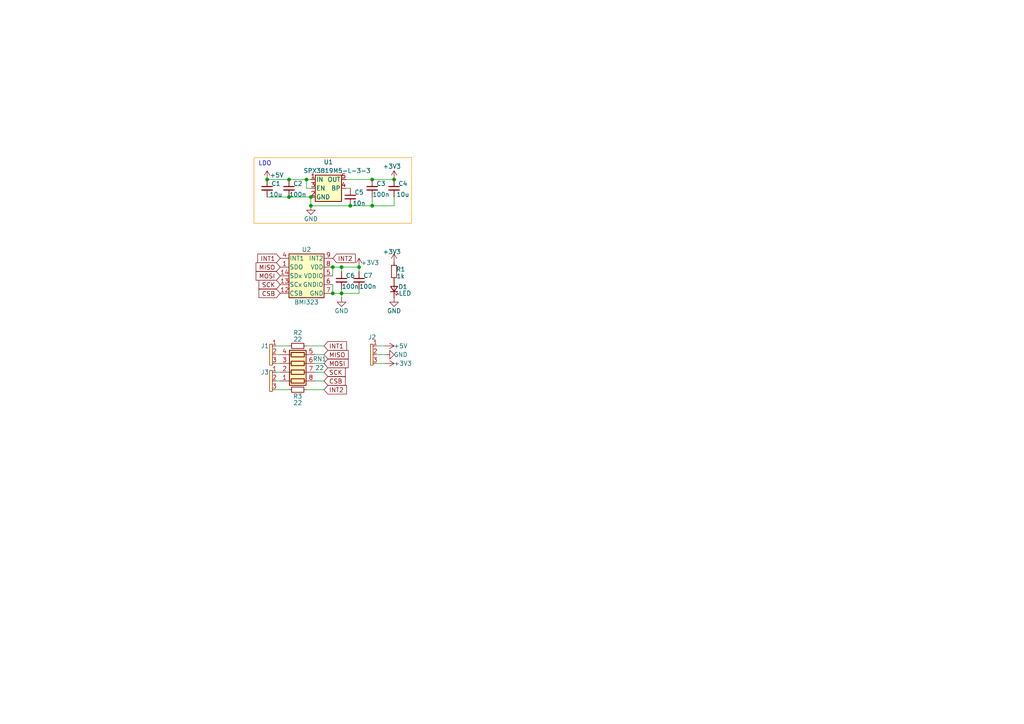
<source format=kicad_sch>
(kicad_sch (version 20231120) (generator "eeschema") (generator_version "8.0")
  (paper "A4")
  (lib_symbols
    (symbol "Device:C_Small" (pin_numbers hide) (pin_names (offset 0.254) hide)
      (property "Reference" "C" (at 0.254 1.778 0))
      (property "Value" "C_Small" (at 0.254 -2.032 0))
      (symbol "C_Small_0_1"
        (polyline (pts (xy -1.524 -0.508) (xy 1.524 -0.508)) (stroke (width 0.3302)))
        (polyline (pts (xy -1.524 0.508) (xy 1.524 0.508)) (stroke (width 0.3048)))
      )
      (symbol "C_Small_1_1"
        (pin passive line (at 0 2.54 270) (length 2.032) (name "~") (number "1"))
        (pin passive line (at 0 -2.54 90) (length 2.032) (name "~") (number "2"))
      )
    )
    (symbol "Device:R_Pack04" (pin_names (offset 0) hide)
      (property "Reference" "RN" (at -7.62 0 90))
      (property "Value" "R_Pack04" (at 5.08 0 90))
      (symbol "R_Pack04_0_1"
        (rectangle (start -6.35 -2.413) (end 3.81 2.413) (stroke (width 0.254)) (fill (type background)))
        (rectangle (start -5.715 1.905) (end -4.445 -1.905) (stroke (width 0.254)))
        (rectangle (start -3.175 1.905) (end -1.905 -1.905) (stroke (width 0.254)))
        (rectangle (start -0.635 1.905) (end 0.635 -1.905) (stroke (width 0.254)))
        (polyline (pts (xy -5.08 -2.54) (xy -5.08 -1.905)))
        (polyline (pts (xy -5.08 1.905) (xy -5.08 2.54)))
        (polyline (pts (xy -2.54 -2.54) (xy -2.54 -1.905)))
        (polyline (pts (xy -2.54 1.905) (xy -2.54 2.54)))
        (polyline (pts (xy 0 -2.54) (xy 0 -1.905)))
        (polyline (pts (xy 0 1.905) (xy 0 2.54)))
        (polyline (pts (xy 2.54 -2.54) (xy 2.54 -1.905)))
        (polyline (pts (xy 2.54 1.905) (xy 2.54 2.54)))
        (rectangle (start 1.905 1.905) (end 3.175 -1.905) (stroke (width 0.254)))
      )
      (symbol "R_Pack04_1_1"
        (pin passive line (at -5.08 -5.08 90) (length 2.54) (name "R1.1") (number "1"))
        (pin passive line (at -2.54 -5.08 90) (length 2.54) (name "R2.1") (number "2"))
        (pin passive line (at 0 -5.08 90) (length 2.54) (name "R3.1") (number "3"))
        (pin passive line (at 2.54 -5.08 90) (length 2.54) (name "R4.1") (number "4"))
        (pin passive line (at 2.54 5.08 270) (length 2.54) (name "R4.2") (number "5"))
        (pin passive line (at 0 5.08 270) (length 2.54) (name "R3.2") (number "6"))
        (pin passive line (at -2.54 5.08 270) (length 2.54) (name "R2.2") (number "7"))
        (pin passive line (at -5.08 5.08 270) (length 2.54) (name "R1.2") (number "8"))
      )
    )
    (symbol "Device:R_Small" (pin_numbers hide) (pin_names (offset 0.254) hide)
      (property "Reference" "R" (at 0.762 0.508 0))
      (property "Value" "R_Small" (at 0.762 -1.016 0))
      (symbol "R_Small_0_1"
        (rectangle (start -0.762 1.778) (end 0.762 -1.778) (stroke (width 0.2032)))
      )
      (symbol "R_Small_1_1"
        (pin passive line (at 0 2.54 270) (length 0.762) (name "~") (number "1"))
        (pin passive line (at 0 -2.54 90) (length 0.762) (name "~") (number "2"))
      )
    )
    (symbol "KURO_schlib:BMI323" (pin_names (offset 0.127))
      (property "Reference" "U" (at 0 7.366 0))
      (property "Value" "BMI323" (at 0 -7.62 0))
      (symbol "BMI323_1_1"
        (rectangle (start -5.08 6.35) (end 5.08 -6.35) (stroke (width 0.254)) (fill (type background)))
        (pin bidirectional line (at -7.62 2.54 0) (length 2.54) (name "SDO") (number "1"))
        (pin no_connect line (at -1.27 -5.08 0) (length 0) hide (name "NC") (number "10"))
        (pin no_connect line (at 0 -5.08 0) (length 0) hide (name "NC") (number "11"))
        (pin input line (at -7.62 -5.08 0) (length 2.54) (name "CSB") (number "12"))
        (pin input line (at -7.62 -2.54 0) (length 2.54) (name "SCx") (number "13"))
        (pin bidirectional line (at -7.62 0 0) (length 2.54) (name "SDx") (number "14"))
        (pin no_connect line (at -1.27 -3.81 0) (length 0) hide (name "NC") (number "2"))
        (pin no_connect line (at 0 -3.81 0) (length 0) hide (name "NC") (number "3"))
        (pin bidirectional line (at -7.62 5.08 0) (length 2.54) (name "INT1") (number "4"))
        (pin power_in line (at 7.62 0 180) (length 2.54) (name "VDDIO") (number "5"))
        (pin power_in line (at 7.62 -2.54 180) (length 2.54) (name "GNDIO") (number "6"))
        (pin power_in line (at 7.62 -5.08 180) (length 2.54) (name "GND") (number "7"))
        (pin power_in line (at 7.62 2.54 180) (length 2.54) (name "VDD") (number "8"))
        (pin bidirectional line (at 7.62 5.08 180) (length 2.54) (name "INT2") (number "9"))
      )
    )
    (symbol "KURO_schlib:Conn_01x03_Pin_N" (pin_names (offset 0.002) hide)
      (property "Reference" "J" (at 0 1.27 0))
      (symbol "Conn_01x03_Pin_N_0_1"
        (polyline (pts (xy 0.508 -5.08) (xy 0.254 -5.08)))
        (polyline (pts (xy 0.508 -2.54) (xy 0.254 -2.54)))
        (polyline (pts (xy 0.508 0) (xy 0.254 0)))
      )
      (symbol "Conn_01x03_Pin_N_1_1"
        (rectangle (start -0.508 0.508) (end 0.254 -5.588) (stroke (width 0.1524)) (fill (type background)))
        (pin passive line (at 1.27 0 180) (length 0.762) (name "1") (number "1"))
        (pin passive line (at 1.27 -2.54 180) (length 0.762) (name "2") (number "2"))
        (pin passive line (at 1.27 -5.08 180) (length 0.762) (name "3") (number "3"))
      )
    )
    (symbol "KURO_schlib:LED_Small" (pin_numbers hide) (pin_names (offset 0.254) hide)
      (property "Reference" "D" (at 0 1.27 0))
      (property "Value" "LED_Small" (at 0 -1.27 0))
      (symbol "LED_Small_0_1"
        (polyline (pts (xy -1.016 0) (xy 0.762 0)))
        (polyline (pts (xy 0.762 1.016) (xy 0.762 -1.016)) (stroke (width 0.254)))
        (polyline (pts (xy -0.762 1.016) (xy 0.762 0) (xy -0.762 -1.016) (xy -0.762 1.016)) (stroke (width 0.254)))
        (polyline (pts (xy 1.0668 0.762) (xy 1.5748 1.27) (xy 1.5748 1.016) (xy 1.5748 1.27) (xy 1.3208 1.27)))
        (polyline (pts (xy 1.27 0.254) (xy 1.778 0.762) (xy 1.778 0.508) (xy 1.778 0.762) (xy 1.524 0.762)))
      )
      (symbol "LED_Small_1_1"
        (pin passive line (at -2.54 0 0) (length 1.778) (name "A") (number "1"))
        (pin passive line (at 2.54 0 180) (length 1.778) (name "K") (number "2"))
      )
    )
    (symbol "KURO_schlib:SPX3819M5-L-3-3" (pin_names (offset 0.254))
      (property "Reference" "U" (at 0 5.08 0))
      (property "Value" "SPX3819M5-L-3-3" (at -10.16 -5.08 0))
      (symbol "SPX3819M5-L-3-3_0_1"
        (rectangle (start -3.81 3.81) (end 3.81 -3.81) (stroke (width 0.254)) (fill (type background)))
      )
      (symbol "SPX3819M5-L-3-3_1_1"
        (pin power_in line (at -5.08 2.54 0) (length 1.27) (name "IN") (number "1"))
        (pin power_in line (at -5.08 -2.54 0) (length 1.27) (name "GND") (number "2"))
        (pin input line (at -5.08 0 0) (length 1.27) (name "EN") (number "3"))
        (pin input line (at 5.08 0 180) (length 1.27) (name "BP") (number "4"))
        (pin power_out line (at 5.08 2.54 180) (length 1.27) (name "OUT") (number "5"))
      )
    )
    (symbol "power:+3V3" (power) (pin_numbers hide) (pin_names (offset 0) hide)
      (property "Value" "+3V3" (at 0 3.556 0))
      (symbol "+3V3_0_1"
        (polyline (pts (xy -0.762 1.27) (xy 0 2.54)))
        (polyline (pts (xy 0 0) (xy 0 2.54)))
        (polyline (pts (xy 0 2.54) (xy 0.762 1.27)))
      )
      (symbol "+3V3_1_1"
        (pin power_in line (at 0 0 90) (length 0) (name "~") (number "1"))
      )
    )
    (symbol "power:+5V" (power) (pin_numbers hide) (pin_names (offset 0) hide)
      (property "Value" "+5V" (at 0 3.556 0))
      (symbol "+5V_0_1"
        (polyline (pts (xy -0.762 1.27) (xy 0 2.54)))
        (polyline (pts (xy 0 0) (xy 0 2.54)))
        (polyline (pts (xy 0 2.54) (xy 0.762 1.27)))
      )
      (symbol "+5V_1_1"
        (pin power_in line (at 0 0 90) (length 0) (name "~") (number "1"))
      )
    )
    (symbol "power:GND" (power) (pin_numbers hide) (pin_names (offset 0) hide)
      (property "Value" "GND" (at 0 -3.81 0))
      (symbol "GND_0_1"
        (polyline (pts (xy 0 0) (xy 0 -1.27) (xy 1.27 -1.27) (xy 0 -2.54) (xy -1.27 -1.27) (xy 0 -1.27)))
      )
      (symbol "GND_1_1"
        (pin power_in line (at 0 0 270) (length 0) (name "~") (number "1"))
      )
    )
  )
  (junction (at 107.95 52.07))
  (junction (at 96.52 85.09))
  (junction (at 99.06 77.47))
  (junction (at 90.17 57.15))
  (junction (at 88.9 52.07))
  (junction (at 83.82 57.15))
  (junction (at 90.17 59.69))
  (junction (at 96.52 77.47))
  (junction (at 77.47 52.07))
  (junction (at 83.82 52.07))
  (junction (at 114.3 52.07))
  (junction (at 101.6 59.69))
  (junction (at 99.06 85.09))
  (junction (at 104.14 77.47))
  (junction (at 107.95 59.69))
  (wire (pts (xy 107.95 59.69) (xy 101.6 59.69)))
  (wire (pts (xy 77.47 52.07) (xy 83.82 52.07)))
  (wire (pts (xy 83.82 52.07) (xy 88.9 52.07)))
  (wire (pts (xy 99.06 83.82) (xy 99.06 85.09)))
  (wire (pts (xy 88.9 52.07) (xy 90.17 52.07)))
  (wire (pts (xy 90.17 54.61) (xy 88.9 54.61)))
  (wire (pts (xy 77.47 57.15) (xy 83.82 57.15)))
  (wire (pts (xy 80.01 110.49) (xy 81.28 110.49)))
  (wire (pts (xy 80.01 113.03) (xy 83.82 113.03)))
  (wire (pts (xy 99.06 78.74) (xy 99.06 77.47)))
  (wire (pts (xy 80.01 100.33) (xy 83.82 100.33)))
  (wire (pts (xy 114.3 57.15) (xy 114.3 59.69)))
  (wire (pts (xy 100.33 52.07) (xy 107.95 52.07)))
  (wire (pts (xy 109.22 102.87) (xy 111.76 102.87)))
  (wire (pts (xy 100.33 54.61) (xy 101.6 54.61)))
  (wire (pts (xy 96.52 85.09) (xy 99.06 85.09)))
  (wire (pts (xy 107.95 52.07) (xy 114.3 52.07)))
  (wire (pts (xy 99.06 77.47) (xy 104.14 77.47)))
  (wire (pts (xy 91.44 107.95) (xy 93.98 107.95)))
  (wire (pts (xy 96.52 82.55) (xy 96.52 85.09)))
  (wire (pts (xy 91.44 102.87) (xy 93.98 102.87)))
  (wire (pts (xy 109.22 105.41) (xy 111.76 105.41)))
  (wire (pts (xy 91.44 110.49) (xy 93.98 110.49)))
  (wire (pts (xy 107.95 57.15) (xy 107.95 59.69)))
  (wire (pts (xy 88.9 54.61) (xy 88.9 52.07)))
  (wire (pts (xy 88.9 100.33) (xy 93.98 100.33)))
  (wire (pts (xy 90.17 57.15) (xy 90.17 59.69)))
  (wire (pts (xy 99.06 85.09) (xy 104.14 85.09)))
  (wire (pts (xy 109.22 100.33) (xy 111.76 100.33)))
  (wire (pts (xy 96.52 77.47) (xy 96.52 80.01)))
  (wire (pts (xy 88.9 113.03) (xy 93.98 113.03)))
  (wire (pts (xy 114.3 59.69) (xy 107.95 59.69)))
  (wire (pts (xy 91.44 105.41) (xy 93.98 105.41)))
  (wire (pts (xy 80.01 105.41) (xy 81.28 105.41)))
  (wire (pts (xy 83.82 57.15) (xy 90.17 57.15)))
  (wire (pts (xy 104.14 77.47) (xy 104.14 78.74)))
  (wire (pts (xy 99.06 85.09) (xy 99.06 86.36)))
  (wire (pts (xy 104.14 83.82) (xy 104.14 85.09)))
  (wire (pts (xy 96.52 77.47) (xy 99.06 77.47)))
  (wire (pts (xy 80.01 107.95) (xy 81.28 107.95)))
  (wire (pts (xy 101.6 59.69) (xy 90.17 59.69)))
  (wire (pts (xy 80.01 102.87) (xy 81.28 102.87)))
  (rectangle (start 73.66 45.72) (end 119.38 64.77) (stroke (width 0) (color 255 153 0 1)))
  (text "LDO" (at 74.93 48.26 0) (effects (font (size 1.27 1.27)) (justify left bottom)))
  (global_label "MOSI" (shape input) (at 93.98 105.41 0) (property "Intersheetrefs" "${INTERSHEET_REFS}" (effects (hide yes))))
  (global_label "INT2" (shape input) (at 96.52 74.93 0) (property "Intersheetrefs" "${INTERSHEET_REFS}" (effects (hide yes))))
  (global_label "MOSI" (shape input) (at 81.28 80.01 180) (property "Intersheetrefs" "${INTERSHEET_REFS}" (effects (hide yes))))
  (global_label "INT1" (shape input) (at 81.28 74.93 180) (property "Intersheetrefs" "${INTERSHEET_REFS}" (effects (hide yes))))
  (global_label "INT2" (shape input) (at 93.98 113.03 0) (property "Intersheetrefs" "${INTERSHEET_REFS}" (effects (hide yes))))
  (global_label "CSB" (shape input) (at 81.28 85.09 180) (property "Intersheetrefs" "${INTERSHEET_REFS}" (effects (hide yes))))
  (global_label "SCK" (shape input) (at 81.28 82.55 180) (property "Intersheetrefs" "${INTERSHEET_REFS}" (effects (hide yes))))
  (global_label "MISO" (shape input) (at 81.28 77.47 180) (property "Intersheetrefs" "${INTERSHEET_REFS}" (effects (hide yes))))
  (global_label "SCK" (shape input) (at 93.98 107.95 0) (property "Intersheetrefs" "${INTERSHEET_REFS}" (effects (hide yes))))
  (global_label "INT1" (shape input) (at 93.98 100.33 0) (property "Intersheetrefs" "${INTERSHEET_REFS}" (effects (hide yes))))
  (global_label "CSB" (shape input) (at 93.98 110.49 0) (property "Intersheetrefs" "${INTERSHEET_REFS}" (effects (hide yes))))
  (global_label "MISO" (shape input) (at 93.98 102.87 0) (property "Intersheetrefs" "${INTERSHEET_REFS}" (effects (hide yes))))
  (symbol (lib_id "power:GND") (at 111.76 102.87 90) (unit 1)
    (property "Reference" "#PWR09" (effects (hide yes)))
    (property "Value" "GND" (at 116.205 102.87 90))
    (property "Description" "Power symbol creates a global label with name \"GND\" , ground" (effects (hide yes)))
  )
  (symbol (lib_id "power:+5V") (at 111.76 100.33 270) (unit 1)
    (property "Reference" "#PWR08" (effects (hide yes)))
    (property "Value" "+5V" (at 116.205 100.33 90))
    (property "Description" "Power symbol creates a global label with name \"+5V\"" (effects (hide yes)))
  )
  (symbol (lib_id "Device:C_Small") (at 114.3 54.61 0) (unit 1)
    (property "Reference" "C4" (at 116.8612 53.2559 0))
    (property "Value" "10u" (at 116.84 57.15 0) (effects (justify bottom)))
    (property "Footprint" "KURO_pcblib:0603_C" (effects (hide yes)))
  )
  (symbol (lib_id "Device:C_Small") (at 104.14 81.28 0) (unit 1)
    (property "Reference" "C7" (at 106.7012 79.9259 0))
    (property "Value" "100n" (at 106.68 83.82 0) (effects (justify bottom)))
    (property "Footprint" "KURO_pcblib:0603_C" (effects (hide yes)))
  )
  (symbol (lib_id "KURO_schlib:SPX3819M5-L-3-3") (at 95.25 54.61 0) (unit 1)
    (property "Reference" "U1" (at 95.25 46.99 0))
    (property "Value" "SPX3819M5-L-3-3" (at 97.79 49.53 0))
    (property "Footprint" "KURO_pcblib:SOT-23-5" (effects (hide yes)))
    (property "Datasheet" "https://www.exar.com/content/document.ashx?id=22106&languageid=1033&type=Datasheet&partnumber=SPX3819&filename=SPX3819.pdf&part=SPX3819" (effects (hide yes)))
  )
  (symbol (lib_id "power:GND") (at 114.3 86.36 0) (unit 1)
    (property "Reference" "#PWR07" (effects (hide yes)))
    (property "Value" "GND" (at 114.3 90.17 0))
    (property "Description" "Power symbol creates a global label with name \"GND\" , ground" (effects (hide yes)))
  )
  (symbol (lib_id "Device:C_Small") (at 83.82 54.61 0) (unit 1)
    (property "Reference" "C2" (at 86.3812 53.2559 0))
    (property "Value" "100n" (at 86.36 57.15 0) (effects (justify bottom)))
    (property "Footprint" "KURO_pcblib:0603_C" (effects (hide yes)))
  )
  (symbol (lib_id "Device:R_Small") (at 114.3 78.74 180) (unit 1)
    (property "Reference" "R1" (at 116.205 78.105 0))
    (property "Value" "1k" (at 116.205 79.375 0) (effects (justify bottom)))
    (property "Footprint" "KURO_pcblib:0603_R" (effects (hide yes)))
    (property "Description" "Resistor, small symbol" (effects (hide yes)))
  )
  (symbol (lib_id "KURO_schlib:Conn_01x03_Pin_N") (at 107.95 100.33 0) (unit 1)
    (property "Reference" "J2" (at 107.9119 97.79 0))
    (property "Value" "Conn_01x03_Pin_N" (effects (hide yes)))
    (property "Footprint" "KURO_pcblib:PinHeader_1x03_P2.54mm_Vertical" (effects (hide yes)))
  )
  (symbol (lib_id "KURO_schlib:LED_Small") (at 114.3 83.82 270) (unit 1)
    (property "Reference" "D1" (at 116.84 83.185 90))
    (property "Value" "LED" (at 117.475 85.09 90))
    (property "Footprint" "KURO_pcblib:0603_D" (effects (hide yes)))
    (property "Description" "Light emitting diode, small symbol" (effects (hide yes)))
  )
  (symbol (lib_id "power:+3V3") (at 114.3 76.2 0) (unit 1)
    (property "Reference" "#PWR04" (effects (hide yes)))
    (property "Value" "+3V3" (at 113.665 73.025 0))
    (property "Description" "Power symbol creates a global label with name \"+3V3\"" (effects (hide yes)))
  )
  (symbol (lib_id "power:GND") (at 90.17 59.69 0) (unit 1)
    (property "Reference" "#PWR03" (effects (hide yes)))
    (property "Value" "GND" (at 90.17 63.5 0))
    (property "Description" "Power symbol creates a global label with name \"GND\" , ground" (effects (hide yes)))
  )
  (symbol (lib_id "Device:R_Pack04") (at 86.36 105.41 270) (mirror x) (unit 1)
    (property "Reference" "RN1" (at 92.71 104.14 90))
    (property "Value" "22" (at 92.71 106.68 90))
    (property "Footprint" "KURO_pcblib:0603_RX4" (effects (hide yes)))
    (property "Description" "4 resistor network, parallel topology" (effects (hide yes)))
  )
  (symbol (lib_id "KURO_schlib:BMI323") (at 88.9 80.01 0) (unit 1)
    (property "Reference" "U2" (at 88.9 72.39 0))
    (property "Value" "BMI323" (at 88.9 87.63 0))
    (property "Footprint" "Package_LGA:Bosch_LGA-14_3x2.5mm_P0.5mm" (effects (hide yes)))
  )
  (symbol (lib_id "power:+3V3") (at 104.14 77.47 0) (unit 1)
    (property "Reference" "#PWR05" (effects (hide yes)))
    (property "Value" "+3V3" (at 107.315 76.2 0))
    (property "Description" "Power symbol creates a global label with name \"+3V3\"" (effects (hide yes)))
  )
  (symbol (lib_id "Device:C_Small") (at 107.95 54.61 0) (unit 1)
    (property "Reference" "C3" (at 110.5112 53.2559 0))
    (property "Value" "100n" (at 110.49 57.15 0) (effects (justify bottom)))
    (property "Footprint" "KURO_pcblib:0603_C" (effects (hide yes)))
  )
  (symbol (lib_id "power:+5V") (at 77.47 52.07 0) (unit 1)
    (property "Reference" "#PWR01" (effects (hide yes)))
    (property "Value" "+5V" (at 80.264 50.8 0))
    (property "Description" "Power symbol creates a global label with name \"+5V\"" (effects (hide yes)))
  )
  (symbol (lib_id "Device:R_Small") (at 86.36 100.33 270) (unit 1)
    (property "Reference" "R2" (at 86.36 96.52 90))
    (property "Value" "22" (at 86.36 98.425 90))
    (property "Footprint" "KURO_pcblib:0603_R" (effects (hide yes)))
    (property "Description" "Resistor, small symbol" (effects (hide yes)))
  )
  (symbol (lib_id "Device:C_Small") (at 77.47 54.61 0) (unit 1)
    (property "Reference" "C1" (at 80.0312 53.2559 0))
    (property "Value" "10u" (at 80.01 57.15 0) (effects (justify bottom)))
    (property "Footprint" "KURO_pcblib:0603_C" (effects (hide yes)))
  )
  (symbol (lib_id "power:+3V3") (at 114.3 52.07 0) (unit 1)
    (property "Reference" "#PWR02" (effects (hide yes)))
    (property "Value" "+3V3" (at 113.665 48.26 0))
    (property "Description" "Power symbol creates a global label with name \"+3V3\"" (effects (hide yes)))
  )
  (symbol (lib_id "Device:C_Small") (at 101.6 57.15 0) (unit 1)
    (property "Reference" "C5" (at 104.1612 55.7959 0))
    (property "Value" "10n" (at 104.14 59.69 0) (effects (justify bottom)))
    (property "Footprint" "KURO_pcblib:0603_C" (effects (hide yes)))
  )
  (symbol (lib_id "KURO_schlib:Conn_01x03_Pin_N") (at 78.74 107.95 0) (unit 1)
    (property "Reference" "J3" (at 76.835 107.95 0))
    (property "Value" "Conn_01x03_Pin_N" (effects (hide yes)))
    (property "Footprint" "KURO_pcblib:PinHeader_1x03_P2.54mm_Vertical" (effects (hide yes)))
  )
  (symbol (lib_id "KURO_schlib:Conn_01x03_Pin_N") (at 78.74 100.33 0) (unit 1)
    (property "Reference" "J1" (at 76.835 100.33 0))
    (property "Value" "Conn_01x03_Pin_N" (effects (hide yes)))
    (property "Footprint" "KURO_pcblib:PinHeader_1x03_P2.54mm_Vertical" (effects (hide yes)))
  )
  (symbol (lib_id "Device:R_Small") (at 86.36 113.03 270) (unit 1)
    (property "Reference" "R3" (at 86.36 114.935 90))
    (property "Value" "22" (at 86.36 116.84 90))
    (property "Footprint" "KURO_pcblib:0603_R" (effects (hide yes)))
    (property "Description" "Resistor, small symbol" (effects (hide yes)))
  )
  (symbol (lib_id "power:GND") (at 99.06 86.36 0) (unit 1)
    (property "Reference" "#PWR06" (effects (hide yes)))
    (property "Value" "GND" (at 99.06 90.17 0))
    (property "Description" "Power symbol creates a global label with name \"GND\" , ground" (effects (hide yes)))
  )
  (symbol (lib_id "power:+3V3") (at 111.76 105.41 270) (unit 1)
    (property "Reference" "#PWR010" (effects (hide yes)))
    (property "Value" "+3V3" (at 116.84 105.41 90))
    (property "Description" "Power symbol creates a global label with name \"+3V3\"" (effects (hide yes)))
  )
  (symbol (lib_id "Device:C_Small") (at 99.06 81.28 0) (unit 1)
    (property "Reference" "C6" (at 101.6212 79.9259 0))
    (property "Value" "100n" (at 101.6 83.82 0) (effects (justify bottom)))
    (property "Footprint" "KURO_pcblib:0603_C" (effects (hide yes)))
  )
)
</source>
